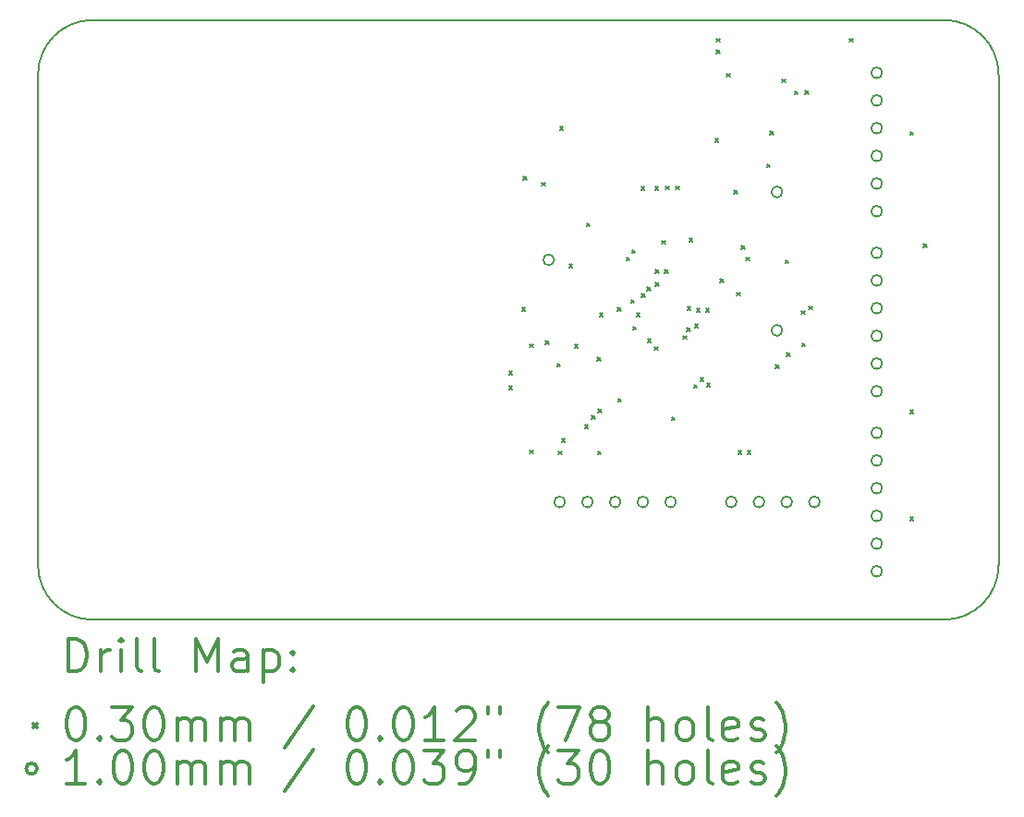
<source format=gbr>
%FSLAX45Y45*%
G04 Gerber Fmt 4.5, Leading zero omitted, Abs format (unit mm)*
G04 Created by KiCad (PCBNEW (5.0.2)-1) date 02/04/2019 10:37:55*
%MOMM*%
%LPD*%
G01*
G04 APERTURE LIST*
%ADD10C,0.200000*%
%ADD11C,0.300000*%
G04 APERTURE END LIST*
D10*
X8798000Y5001000D02*
X8798000Y501000D01*
X-2000Y501000D02*
G75*
G03X498000Y1000I500000J0D01*
G01*
X8798000Y501000D02*
G75*
G02X8298000Y1000I-500000J0D01*
G01*
X8798000Y5001000D02*
G75*
G03X8298000Y5501000I-500000J0D01*
G01*
X-2000Y5001000D02*
G75*
G02X498000Y5501000I500000J0D01*
G01*
X-2000Y501000D02*
X-2000Y5001000D01*
X8298000Y1000D02*
X498000Y1000D01*
X498000Y5501000D02*
X8298000Y5501000D01*
D10*
X4311000Y2145000D02*
X4341000Y2115000D01*
X4341000Y2145000D02*
X4311000Y2115000D01*
X4312000Y2280000D02*
X4342000Y2250000D01*
X4342000Y2280000D02*
X4312000Y2250000D01*
X4430000Y2864000D02*
X4460000Y2834000D01*
X4460000Y2864000D02*
X4430000Y2834000D01*
X4442000Y4067000D02*
X4472000Y4037000D01*
X4472000Y4067000D02*
X4442000Y4037000D01*
X4504000Y2527000D02*
X4534000Y2497000D01*
X4534000Y2527000D02*
X4504000Y2497000D01*
X4504000Y1556000D02*
X4534000Y1526000D01*
X4534000Y1556000D02*
X4504000Y1526000D01*
X4615000Y4011000D02*
X4645000Y3981000D01*
X4645000Y4011000D02*
X4615000Y3981000D01*
X4645000Y2556000D02*
X4675000Y2526000D01*
X4675000Y2556000D02*
X4645000Y2526000D01*
X4754000Y2350000D02*
X4784000Y2320000D01*
X4784000Y2350000D02*
X4754000Y2320000D01*
X4765000Y1548000D02*
X4795000Y1518000D01*
X4795000Y1548000D02*
X4765000Y1518000D01*
X4778000Y4521000D02*
X4808000Y4491000D01*
X4808000Y4521000D02*
X4778000Y4491000D01*
X4794999Y1659424D02*
X4824999Y1629424D01*
X4824999Y1659424D02*
X4794999Y1629424D01*
X4862000Y3260000D02*
X4892000Y3230000D01*
X4892000Y3260000D02*
X4862000Y3230000D01*
X4913000Y2526000D02*
X4943000Y2496000D01*
X4943000Y2526000D02*
X4913000Y2496000D01*
X5008000Y1789000D02*
X5038000Y1759000D01*
X5038000Y1789000D02*
X5008000Y1759000D01*
X5025000Y3637000D02*
X5055000Y3607000D01*
X5055000Y3637000D02*
X5025000Y3607000D01*
X5068000Y1872000D02*
X5098000Y1842000D01*
X5098000Y1872000D02*
X5068000Y1842000D01*
X5122000Y2405000D02*
X5152000Y2375000D01*
X5152000Y2405000D02*
X5122000Y2375000D01*
X5124000Y1548000D02*
X5154000Y1518000D01*
X5154000Y1548000D02*
X5124000Y1518000D01*
X5128221Y1930500D02*
X5158221Y1900500D01*
X5158221Y1930500D02*
X5128221Y1900500D01*
X5144000Y2812000D02*
X5174000Y2782000D01*
X5174000Y2812000D02*
X5144000Y2782000D01*
X5309000Y2865000D02*
X5339000Y2835000D01*
X5339000Y2865000D02*
X5309000Y2835000D01*
X5311000Y2030000D02*
X5341000Y2000000D01*
X5341000Y2030000D02*
X5311000Y2000000D01*
X5386000Y3326000D02*
X5416000Y3296000D01*
X5416000Y3326000D02*
X5386000Y3296000D01*
X5429806Y2936718D02*
X5459806Y2906718D01*
X5459806Y2936718D02*
X5429806Y2906718D01*
X5438474Y3393526D02*
X5468474Y3363526D01*
X5468474Y3393526D02*
X5438474Y3363526D01*
X5447896Y2691104D02*
X5477896Y2661104D01*
X5477896Y2691104D02*
X5447896Y2661104D01*
X5481000Y2811604D02*
X5511000Y2781604D01*
X5511000Y2811604D02*
X5481000Y2781604D01*
X5525000Y3971000D02*
X5555000Y3941000D01*
X5555000Y3971000D02*
X5525000Y3941000D01*
X5527000Y2990229D02*
X5557000Y2960229D01*
X5557000Y2990229D02*
X5527000Y2960229D01*
X5580000Y3050591D02*
X5610000Y3020591D01*
X5610000Y3050591D02*
X5580000Y3020591D01*
X5582000Y2577000D02*
X5612000Y2547000D01*
X5612000Y2577000D02*
X5582000Y2547000D01*
X5647000Y2503000D02*
X5677000Y2473000D01*
X5677000Y2503000D02*
X5647000Y2473000D01*
X5652000Y3972000D02*
X5682000Y3942000D01*
X5682000Y3972000D02*
X5652000Y3942000D01*
X5653000Y3090592D02*
X5683000Y3060592D01*
X5683000Y3090592D02*
X5653000Y3060592D01*
X5655000Y3210592D02*
X5685000Y3180592D01*
X5685000Y3210592D02*
X5655000Y3180592D01*
X5713000Y3475000D02*
X5743000Y3445000D01*
X5743000Y3475000D02*
X5713000Y3445000D01*
X5739000Y3212000D02*
X5769000Y3182000D01*
X5769000Y3212000D02*
X5739000Y3182000D01*
X5745800Y3977000D02*
X5775800Y3947000D01*
X5775800Y3977000D02*
X5745800Y3947000D01*
X5801000Y1860010D02*
X5831000Y1830010D01*
X5831000Y1860010D02*
X5801000Y1830010D01*
X5840000Y3975000D02*
X5870000Y3945000D01*
X5870000Y3975000D02*
X5840000Y3945000D01*
X5909000Y2606000D02*
X5939000Y2576000D01*
X5939000Y2606000D02*
X5909000Y2576000D01*
X5942596Y2678604D02*
X5972596Y2648604D01*
X5972596Y2678604D02*
X5942596Y2648604D01*
X5945849Y2872000D02*
X5975849Y2842000D01*
X5975849Y2872000D02*
X5945849Y2842000D01*
X5964000Y3497000D02*
X5994000Y3467000D01*
X5994000Y3497000D02*
X5964000Y3467000D01*
X6004000Y2156173D02*
X6034000Y2126173D01*
X6034000Y2156173D02*
X6004000Y2126173D01*
X6015743Y2711000D02*
X6045743Y2681000D01*
X6045743Y2711000D02*
X6015743Y2681000D01*
X6030883Y2854590D02*
X6060883Y2824590D01*
X6060883Y2854590D02*
X6030883Y2824590D01*
X6064000Y2220462D02*
X6094000Y2190462D01*
X6094000Y2220462D02*
X6064000Y2190462D01*
X6114073Y2852927D02*
X6144073Y2822927D01*
X6144073Y2852927D02*
X6114073Y2822927D01*
X6124000Y2167000D02*
X6154000Y2137000D01*
X6154000Y2167000D02*
X6124000Y2137000D01*
X6199000Y4411000D02*
X6229000Y4381000D01*
X6229000Y4411000D02*
X6199000Y4381000D01*
X6211000Y5331000D02*
X6241000Y5301000D01*
X6241000Y5331000D02*
X6211000Y5301000D01*
X6211000Y5227000D02*
X6241000Y5197000D01*
X6241000Y5227000D02*
X6211000Y5197000D01*
X6247746Y3125947D02*
X6277746Y3095947D01*
X6277746Y3125947D02*
X6247746Y3095947D01*
X6305000Y5010000D02*
X6335000Y4980000D01*
X6335000Y5010000D02*
X6305000Y4980000D01*
X6374500Y3939000D02*
X6404500Y3909000D01*
X6404500Y3939000D02*
X6374500Y3909000D01*
X6399000Y3001000D02*
X6429000Y2971000D01*
X6429000Y3001000D02*
X6399000Y2971000D01*
X6414000Y1550000D02*
X6444000Y1520000D01*
X6444000Y1550000D02*
X6414000Y1520000D01*
X6441000Y3430000D02*
X6471000Y3400000D01*
X6471000Y3430000D02*
X6441000Y3400000D01*
X6482000Y3323000D02*
X6512000Y3293000D01*
X6512000Y3323000D02*
X6482000Y3293000D01*
X6495000Y1552000D02*
X6525000Y1522000D01*
X6525000Y1552000D02*
X6495000Y1522000D01*
X6674000Y4181000D02*
X6704000Y4151000D01*
X6704000Y4181000D02*
X6674000Y4151000D01*
X6705000Y4480000D02*
X6735000Y4450000D01*
X6735000Y4480000D02*
X6705000Y4450000D01*
X6753000Y2340000D02*
X6783000Y2310000D01*
X6783000Y2340000D02*
X6753000Y2310000D01*
X6814000Y4960000D02*
X6844000Y4930000D01*
X6844000Y4960000D02*
X6814000Y4930000D01*
X6842000Y3301000D02*
X6872000Y3271000D01*
X6872000Y3301000D02*
X6842000Y3271000D01*
X6857000Y2448000D02*
X6887000Y2418000D01*
X6887000Y2448000D02*
X6857000Y2418000D01*
X6929900Y4850000D02*
X6959900Y4820000D01*
X6959900Y4850000D02*
X6929900Y4820000D01*
X6992000Y2834000D02*
X7022000Y2804000D01*
X7022000Y2834000D02*
X6992000Y2804000D01*
X6997000Y2539000D02*
X7027000Y2509000D01*
X7027000Y2539000D02*
X6997000Y2509000D01*
X7027000Y4853000D02*
X7057000Y4823000D01*
X7057000Y4853000D02*
X7027000Y4823000D01*
X7062000Y2877000D02*
X7092000Y2847000D01*
X7092000Y2877000D02*
X7062000Y2847000D01*
X7434000Y5331000D02*
X7464000Y5301000D01*
X7464000Y5331000D02*
X7434000Y5301000D01*
X7988000Y4476000D02*
X8018000Y4446000D01*
X8018000Y4476000D02*
X7988000Y4446000D01*
X7988000Y1921000D02*
X8018000Y1891000D01*
X8018000Y1921000D02*
X7988000Y1891000D01*
X7988000Y941000D02*
X8018000Y911000D01*
X8018000Y941000D02*
X7988000Y911000D01*
X8111000Y3445000D02*
X8141000Y3415000D01*
X8141000Y3445000D02*
X8111000Y3415000D01*
X4827000Y1081000D02*
G75*
G03X4827000Y1081000I-50000J0D01*
G01*
X5081000Y1081000D02*
G75*
G03X5081000Y1081000I-50000J0D01*
G01*
X5335000Y1081000D02*
G75*
G03X5335000Y1081000I-50000J0D01*
G01*
X5589000Y1081000D02*
G75*
G03X5589000Y1081000I-50000J0D01*
G01*
X5843000Y1081000D02*
G75*
G03X5843000Y1081000I-50000J0D01*
G01*
X7731500Y5017500D02*
G75*
G03X7731500Y5017500I-50000J0D01*
G01*
X7731500Y4763500D02*
G75*
G03X7731500Y4763500I-50000J0D01*
G01*
X7731500Y4509500D02*
G75*
G03X7731500Y4509500I-50000J0D01*
G01*
X7731500Y4255500D02*
G75*
G03X7731500Y4255500I-50000J0D01*
G01*
X7731500Y4001500D02*
G75*
G03X7731500Y4001500I-50000J0D01*
G01*
X7731500Y3747500D02*
G75*
G03X7731500Y3747500I-50000J0D01*
G01*
X7731500Y1715500D02*
G75*
G03X7731500Y1715500I-50000J0D01*
G01*
X7731500Y1461500D02*
G75*
G03X7731500Y1461500I-50000J0D01*
G01*
X7731500Y1207500D02*
G75*
G03X7731500Y1207500I-50000J0D01*
G01*
X7731500Y953500D02*
G75*
G03X7731500Y953500I-50000J0D01*
G01*
X7731500Y699500D02*
G75*
G03X7731500Y699500I-50000J0D01*
G01*
X7731500Y445500D02*
G75*
G03X7731500Y445500I-50000J0D01*
G01*
X4726000Y3302000D02*
G75*
G03X4726000Y3302000I-50000J0D01*
G01*
X6817000Y3924000D02*
G75*
G03X6817000Y3924000I-50000J0D01*
G01*
X6817000Y2654000D02*
G75*
G03X6817000Y2654000I-50000J0D01*
G01*
X7731500Y3366500D02*
G75*
G03X7731500Y3366500I-50000J0D01*
G01*
X7731500Y3112500D02*
G75*
G03X7731500Y3112500I-50000J0D01*
G01*
X7731500Y2858500D02*
G75*
G03X7731500Y2858500I-50000J0D01*
G01*
X7731500Y2604500D02*
G75*
G03X7731500Y2604500I-50000J0D01*
G01*
X7731500Y2350500D02*
G75*
G03X7731500Y2350500I-50000J0D01*
G01*
X7731500Y2096500D02*
G75*
G03X7731500Y2096500I-50000J0D01*
G01*
X6398000Y1080500D02*
G75*
G03X6398000Y1080500I-50000J0D01*
G01*
X6652000Y1080500D02*
G75*
G03X6652000Y1080500I-50000J0D01*
G01*
X6906000Y1080500D02*
G75*
G03X6906000Y1080500I-50000J0D01*
G01*
X7160000Y1080500D02*
G75*
G03X7160000Y1080500I-50000J0D01*
G01*
D11*
X274428Y-474714D02*
X274428Y-174714D01*
X345857Y-174714D01*
X388714Y-189000D01*
X417286Y-217571D01*
X431571Y-246143D01*
X445857Y-303286D01*
X445857Y-346143D01*
X431571Y-403286D01*
X417286Y-431857D01*
X388714Y-460429D01*
X345857Y-474714D01*
X274428Y-474714D01*
X574428Y-474714D02*
X574428Y-274714D01*
X574428Y-331857D02*
X588714Y-303286D01*
X603000Y-289000D01*
X631571Y-274714D01*
X660143Y-274714D01*
X760143Y-474714D02*
X760143Y-274714D01*
X760143Y-174714D02*
X745857Y-189000D01*
X760143Y-203286D01*
X774428Y-189000D01*
X760143Y-174714D01*
X760143Y-203286D01*
X945857Y-474714D02*
X917286Y-460429D01*
X903000Y-431857D01*
X903000Y-174714D01*
X1103000Y-474714D02*
X1074428Y-460429D01*
X1060143Y-431857D01*
X1060143Y-174714D01*
X1445857Y-474714D02*
X1445857Y-174714D01*
X1545857Y-389000D01*
X1645857Y-174714D01*
X1645857Y-474714D01*
X1917286Y-474714D02*
X1917286Y-317572D01*
X1903000Y-289000D01*
X1874428Y-274714D01*
X1817286Y-274714D01*
X1788714Y-289000D01*
X1917286Y-460429D02*
X1888714Y-474714D01*
X1817286Y-474714D01*
X1788714Y-460429D01*
X1774428Y-431857D01*
X1774428Y-403286D01*
X1788714Y-374714D01*
X1817286Y-360429D01*
X1888714Y-360429D01*
X1917286Y-346143D01*
X2060143Y-274714D02*
X2060143Y-574714D01*
X2060143Y-289000D02*
X2088714Y-274714D01*
X2145857Y-274714D01*
X2174428Y-289000D01*
X2188714Y-303286D01*
X2203000Y-331857D01*
X2203000Y-417571D01*
X2188714Y-446143D01*
X2174428Y-460429D01*
X2145857Y-474714D01*
X2088714Y-474714D01*
X2060143Y-460429D01*
X2331571Y-446143D02*
X2345857Y-460429D01*
X2331571Y-474714D01*
X2317286Y-460429D01*
X2331571Y-446143D01*
X2331571Y-474714D01*
X2331571Y-289000D02*
X2345857Y-303286D01*
X2331571Y-317572D01*
X2317286Y-303286D01*
X2331571Y-289000D01*
X2331571Y-317572D01*
X-42000Y-954000D02*
X-12000Y-984000D01*
X-12000Y-954000D02*
X-42000Y-984000D01*
X331571Y-804714D02*
X360143Y-804714D01*
X388714Y-819000D01*
X403000Y-833286D01*
X417286Y-861857D01*
X431571Y-919000D01*
X431571Y-990429D01*
X417286Y-1047571D01*
X403000Y-1076143D01*
X388714Y-1090429D01*
X360143Y-1104714D01*
X331571Y-1104714D01*
X303000Y-1090429D01*
X288714Y-1076143D01*
X274428Y-1047571D01*
X260143Y-990429D01*
X260143Y-919000D01*
X274428Y-861857D01*
X288714Y-833286D01*
X303000Y-819000D01*
X331571Y-804714D01*
X560143Y-1076143D02*
X574428Y-1090429D01*
X560143Y-1104714D01*
X545857Y-1090429D01*
X560143Y-1076143D01*
X560143Y-1104714D01*
X674428Y-804714D02*
X860143Y-804714D01*
X760143Y-919000D01*
X803000Y-919000D01*
X831571Y-933286D01*
X845857Y-947571D01*
X860143Y-976143D01*
X860143Y-1047571D01*
X845857Y-1076143D01*
X831571Y-1090429D01*
X803000Y-1104714D01*
X717286Y-1104714D01*
X688714Y-1090429D01*
X674428Y-1076143D01*
X1045857Y-804714D02*
X1074428Y-804714D01*
X1103000Y-819000D01*
X1117286Y-833286D01*
X1131571Y-861857D01*
X1145857Y-919000D01*
X1145857Y-990429D01*
X1131571Y-1047571D01*
X1117286Y-1076143D01*
X1103000Y-1090429D01*
X1074428Y-1104714D01*
X1045857Y-1104714D01*
X1017286Y-1090429D01*
X1003000Y-1076143D01*
X988714Y-1047571D01*
X974428Y-990429D01*
X974428Y-919000D01*
X988714Y-861857D01*
X1003000Y-833286D01*
X1017286Y-819000D01*
X1045857Y-804714D01*
X1274428Y-1104714D02*
X1274428Y-904714D01*
X1274428Y-933286D02*
X1288714Y-919000D01*
X1317286Y-904714D01*
X1360143Y-904714D01*
X1388714Y-919000D01*
X1403000Y-947571D01*
X1403000Y-1104714D01*
X1403000Y-947571D02*
X1417286Y-919000D01*
X1445857Y-904714D01*
X1488714Y-904714D01*
X1517286Y-919000D01*
X1531571Y-947571D01*
X1531571Y-1104714D01*
X1674428Y-1104714D02*
X1674428Y-904714D01*
X1674428Y-933286D02*
X1688714Y-919000D01*
X1717286Y-904714D01*
X1760143Y-904714D01*
X1788714Y-919000D01*
X1803000Y-947571D01*
X1803000Y-1104714D01*
X1803000Y-947571D02*
X1817286Y-919000D01*
X1845857Y-904714D01*
X1888714Y-904714D01*
X1917286Y-919000D01*
X1931571Y-947571D01*
X1931571Y-1104714D01*
X2517286Y-790429D02*
X2260143Y-1176143D01*
X2903000Y-804714D02*
X2931571Y-804714D01*
X2960143Y-819000D01*
X2974428Y-833286D01*
X2988714Y-861857D01*
X3003000Y-919000D01*
X3003000Y-990429D01*
X2988714Y-1047571D01*
X2974428Y-1076143D01*
X2960143Y-1090429D01*
X2931571Y-1104714D01*
X2903000Y-1104714D01*
X2874428Y-1090429D01*
X2860143Y-1076143D01*
X2845857Y-1047571D01*
X2831571Y-990429D01*
X2831571Y-919000D01*
X2845857Y-861857D01*
X2860143Y-833286D01*
X2874428Y-819000D01*
X2903000Y-804714D01*
X3131571Y-1076143D02*
X3145857Y-1090429D01*
X3131571Y-1104714D01*
X3117286Y-1090429D01*
X3131571Y-1076143D01*
X3131571Y-1104714D01*
X3331571Y-804714D02*
X3360143Y-804714D01*
X3388714Y-819000D01*
X3403000Y-833286D01*
X3417286Y-861857D01*
X3431571Y-919000D01*
X3431571Y-990429D01*
X3417286Y-1047571D01*
X3403000Y-1076143D01*
X3388714Y-1090429D01*
X3360143Y-1104714D01*
X3331571Y-1104714D01*
X3303000Y-1090429D01*
X3288714Y-1076143D01*
X3274428Y-1047571D01*
X3260143Y-990429D01*
X3260143Y-919000D01*
X3274428Y-861857D01*
X3288714Y-833286D01*
X3303000Y-819000D01*
X3331571Y-804714D01*
X3717286Y-1104714D02*
X3545857Y-1104714D01*
X3631571Y-1104714D02*
X3631571Y-804714D01*
X3603000Y-847571D01*
X3574428Y-876143D01*
X3545857Y-890429D01*
X3831571Y-833286D02*
X3845857Y-819000D01*
X3874428Y-804714D01*
X3945857Y-804714D01*
X3974428Y-819000D01*
X3988714Y-833286D01*
X4003000Y-861857D01*
X4003000Y-890429D01*
X3988714Y-933286D01*
X3817286Y-1104714D01*
X4003000Y-1104714D01*
X4117286Y-804714D02*
X4117286Y-861857D01*
X4231571Y-804714D02*
X4231571Y-861857D01*
X4674428Y-1219000D02*
X4660143Y-1204714D01*
X4631571Y-1161857D01*
X4617286Y-1133286D01*
X4603000Y-1090429D01*
X4588714Y-1019000D01*
X4588714Y-961857D01*
X4603000Y-890429D01*
X4617286Y-847571D01*
X4631571Y-819000D01*
X4660143Y-776143D01*
X4674428Y-761857D01*
X4760143Y-804714D02*
X4960143Y-804714D01*
X4831571Y-1104714D01*
X5117286Y-933286D02*
X5088714Y-919000D01*
X5074428Y-904714D01*
X5060143Y-876143D01*
X5060143Y-861857D01*
X5074428Y-833286D01*
X5088714Y-819000D01*
X5117286Y-804714D01*
X5174428Y-804714D01*
X5203000Y-819000D01*
X5217286Y-833286D01*
X5231571Y-861857D01*
X5231571Y-876143D01*
X5217286Y-904714D01*
X5203000Y-919000D01*
X5174428Y-933286D01*
X5117286Y-933286D01*
X5088714Y-947571D01*
X5074428Y-961857D01*
X5060143Y-990429D01*
X5060143Y-1047571D01*
X5074428Y-1076143D01*
X5088714Y-1090429D01*
X5117286Y-1104714D01*
X5174428Y-1104714D01*
X5203000Y-1090429D01*
X5217286Y-1076143D01*
X5231571Y-1047571D01*
X5231571Y-990429D01*
X5217286Y-961857D01*
X5203000Y-947571D01*
X5174428Y-933286D01*
X5588714Y-1104714D02*
X5588714Y-804714D01*
X5717286Y-1104714D02*
X5717286Y-947571D01*
X5703000Y-919000D01*
X5674428Y-904714D01*
X5631571Y-904714D01*
X5603000Y-919000D01*
X5588714Y-933286D01*
X5903000Y-1104714D02*
X5874428Y-1090429D01*
X5860143Y-1076143D01*
X5845857Y-1047571D01*
X5845857Y-961857D01*
X5860143Y-933286D01*
X5874428Y-919000D01*
X5903000Y-904714D01*
X5945857Y-904714D01*
X5974428Y-919000D01*
X5988714Y-933286D01*
X6003000Y-961857D01*
X6003000Y-1047571D01*
X5988714Y-1076143D01*
X5974428Y-1090429D01*
X5945857Y-1104714D01*
X5903000Y-1104714D01*
X6174428Y-1104714D02*
X6145857Y-1090429D01*
X6131571Y-1061857D01*
X6131571Y-804714D01*
X6403000Y-1090429D02*
X6374428Y-1104714D01*
X6317286Y-1104714D01*
X6288714Y-1090429D01*
X6274428Y-1061857D01*
X6274428Y-947571D01*
X6288714Y-919000D01*
X6317286Y-904714D01*
X6374428Y-904714D01*
X6403000Y-919000D01*
X6417286Y-947571D01*
X6417286Y-976143D01*
X6274428Y-1004714D01*
X6531571Y-1090429D02*
X6560143Y-1104714D01*
X6617286Y-1104714D01*
X6645857Y-1090429D01*
X6660143Y-1061857D01*
X6660143Y-1047571D01*
X6645857Y-1019000D01*
X6617286Y-1004714D01*
X6574428Y-1004714D01*
X6545857Y-990429D01*
X6531571Y-961857D01*
X6531571Y-947571D01*
X6545857Y-919000D01*
X6574428Y-904714D01*
X6617286Y-904714D01*
X6645857Y-919000D01*
X6760143Y-1219000D02*
X6774428Y-1204714D01*
X6803000Y-1161857D01*
X6817286Y-1133286D01*
X6831571Y-1090429D01*
X6845857Y-1019000D01*
X6845857Y-961857D01*
X6831571Y-890429D01*
X6817286Y-847571D01*
X6803000Y-819000D01*
X6774428Y-776143D01*
X6760143Y-761857D01*
X-12000Y-1365000D02*
G75*
G03X-12000Y-1365000I-50000J0D01*
G01*
X431571Y-1500714D02*
X260143Y-1500714D01*
X345857Y-1500714D02*
X345857Y-1200714D01*
X317286Y-1243572D01*
X288714Y-1272143D01*
X260143Y-1286429D01*
X560143Y-1472143D02*
X574428Y-1486429D01*
X560143Y-1500714D01*
X545857Y-1486429D01*
X560143Y-1472143D01*
X560143Y-1500714D01*
X760143Y-1200714D02*
X788714Y-1200714D01*
X817286Y-1215000D01*
X831571Y-1229286D01*
X845857Y-1257857D01*
X860143Y-1315000D01*
X860143Y-1386429D01*
X845857Y-1443571D01*
X831571Y-1472143D01*
X817286Y-1486429D01*
X788714Y-1500714D01*
X760143Y-1500714D01*
X731571Y-1486429D01*
X717286Y-1472143D01*
X703000Y-1443571D01*
X688714Y-1386429D01*
X688714Y-1315000D01*
X703000Y-1257857D01*
X717286Y-1229286D01*
X731571Y-1215000D01*
X760143Y-1200714D01*
X1045857Y-1200714D02*
X1074428Y-1200714D01*
X1103000Y-1215000D01*
X1117286Y-1229286D01*
X1131571Y-1257857D01*
X1145857Y-1315000D01*
X1145857Y-1386429D01*
X1131571Y-1443571D01*
X1117286Y-1472143D01*
X1103000Y-1486429D01*
X1074428Y-1500714D01*
X1045857Y-1500714D01*
X1017286Y-1486429D01*
X1003000Y-1472143D01*
X988714Y-1443571D01*
X974428Y-1386429D01*
X974428Y-1315000D01*
X988714Y-1257857D01*
X1003000Y-1229286D01*
X1017286Y-1215000D01*
X1045857Y-1200714D01*
X1274428Y-1500714D02*
X1274428Y-1300714D01*
X1274428Y-1329286D02*
X1288714Y-1315000D01*
X1317286Y-1300714D01*
X1360143Y-1300714D01*
X1388714Y-1315000D01*
X1403000Y-1343572D01*
X1403000Y-1500714D01*
X1403000Y-1343572D02*
X1417286Y-1315000D01*
X1445857Y-1300714D01*
X1488714Y-1300714D01*
X1517286Y-1315000D01*
X1531571Y-1343572D01*
X1531571Y-1500714D01*
X1674428Y-1500714D02*
X1674428Y-1300714D01*
X1674428Y-1329286D02*
X1688714Y-1315000D01*
X1717286Y-1300714D01*
X1760143Y-1300714D01*
X1788714Y-1315000D01*
X1803000Y-1343572D01*
X1803000Y-1500714D01*
X1803000Y-1343572D02*
X1817286Y-1315000D01*
X1845857Y-1300714D01*
X1888714Y-1300714D01*
X1917286Y-1315000D01*
X1931571Y-1343572D01*
X1931571Y-1500714D01*
X2517286Y-1186429D02*
X2260143Y-1572143D01*
X2903000Y-1200714D02*
X2931571Y-1200714D01*
X2960143Y-1215000D01*
X2974428Y-1229286D01*
X2988714Y-1257857D01*
X3003000Y-1315000D01*
X3003000Y-1386429D01*
X2988714Y-1443571D01*
X2974428Y-1472143D01*
X2960143Y-1486429D01*
X2931571Y-1500714D01*
X2903000Y-1500714D01*
X2874428Y-1486429D01*
X2860143Y-1472143D01*
X2845857Y-1443571D01*
X2831571Y-1386429D01*
X2831571Y-1315000D01*
X2845857Y-1257857D01*
X2860143Y-1229286D01*
X2874428Y-1215000D01*
X2903000Y-1200714D01*
X3131571Y-1472143D02*
X3145857Y-1486429D01*
X3131571Y-1500714D01*
X3117286Y-1486429D01*
X3131571Y-1472143D01*
X3131571Y-1500714D01*
X3331571Y-1200714D02*
X3360143Y-1200714D01*
X3388714Y-1215000D01*
X3403000Y-1229286D01*
X3417286Y-1257857D01*
X3431571Y-1315000D01*
X3431571Y-1386429D01*
X3417286Y-1443571D01*
X3403000Y-1472143D01*
X3388714Y-1486429D01*
X3360143Y-1500714D01*
X3331571Y-1500714D01*
X3303000Y-1486429D01*
X3288714Y-1472143D01*
X3274428Y-1443571D01*
X3260143Y-1386429D01*
X3260143Y-1315000D01*
X3274428Y-1257857D01*
X3288714Y-1229286D01*
X3303000Y-1215000D01*
X3331571Y-1200714D01*
X3531571Y-1200714D02*
X3717286Y-1200714D01*
X3617286Y-1315000D01*
X3660143Y-1315000D01*
X3688714Y-1329286D01*
X3703000Y-1343572D01*
X3717286Y-1372143D01*
X3717286Y-1443571D01*
X3703000Y-1472143D01*
X3688714Y-1486429D01*
X3660143Y-1500714D01*
X3574428Y-1500714D01*
X3545857Y-1486429D01*
X3531571Y-1472143D01*
X3860143Y-1500714D02*
X3917286Y-1500714D01*
X3945857Y-1486429D01*
X3960143Y-1472143D01*
X3988714Y-1429286D01*
X4003000Y-1372143D01*
X4003000Y-1257857D01*
X3988714Y-1229286D01*
X3974428Y-1215000D01*
X3945857Y-1200714D01*
X3888714Y-1200714D01*
X3860143Y-1215000D01*
X3845857Y-1229286D01*
X3831571Y-1257857D01*
X3831571Y-1329286D01*
X3845857Y-1357857D01*
X3860143Y-1372143D01*
X3888714Y-1386429D01*
X3945857Y-1386429D01*
X3974428Y-1372143D01*
X3988714Y-1357857D01*
X4003000Y-1329286D01*
X4117286Y-1200714D02*
X4117286Y-1257857D01*
X4231571Y-1200714D02*
X4231571Y-1257857D01*
X4674428Y-1615000D02*
X4660143Y-1600714D01*
X4631571Y-1557857D01*
X4617286Y-1529286D01*
X4603000Y-1486429D01*
X4588714Y-1415000D01*
X4588714Y-1357857D01*
X4603000Y-1286429D01*
X4617286Y-1243572D01*
X4631571Y-1215000D01*
X4660143Y-1172143D01*
X4674428Y-1157857D01*
X4760143Y-1200714D02*
X4945857Y-1200714D01*
X4845857Y-1315000D01*
X4888714Y-1315000D01*
X4917286Y-1329286D01*
X4931571Y-1343572D01*
X4945857Y-1372143D01*
X4945857Y-1443571D01*
X4931571Y-1472143D01*
X4917286Y-1486429D01*
X4888714Y-1500714D01*
X4803000Y-1500714D01*
X4774428Y-1486429D01*
X4760143Y-1472143D01*
X5131571Y-1200714D02*
X5160143Y-1200714D01*
X5188714Y-1215000D01*
X5203000Y-1229286D01*
X5217286Y-1257857D01*
X5231571Y-1315000D01*
X5231571Y-1386429D01*
X5217286Y-1443571D01*
X5203000Y-1472143D01*
X5188714Y-1486429D01*
X5160143Y-1500714D01*
X5131571Y-1500714D01*
X5103000Y-1486429D01*
X5088714Y-1472143D01*
X5074428Y-1443571D01*
X5060143Y-1386429D01*
X5060143Y-1315000D01*
X5074428Y-1257857D01*
X5088714Y-1229286D01*
X5103000Y-1215000D01*
X5131571Y-1200714D01*
X5588714Y-1500714D02*
X5588714Y-1200714D01*
X5717286Y-1500714D02*
X5717286Y-1343572D01*
X5703000Y-1315000D01*
X5674428Y-1300714D01*
X5631571Y-1300714D01*
X5603000Y-1315000D01*
X5588714Y-1329286D01*
X5903000Y-1500714D02*
X5874428Y-1486429D01*
X5860143Y-1472143D01*
X5845857Y-1443571D01*
X5845857Y-1357857D01*
X5860143Y-1329286D01*
X5874428Y-1315000D01*
X5903000Y-1300714D01*
X5945857Y-1300714D01*
X5974428Y-1315000D01*
X5988714Y-1329286D01*
X6003000Y-1357857D01*
X6003000Y-1443571D01*
X5988714Y-1472143D01*
X5974428Y-1486429D01*
X5945857Y-1500714D01*
X5903000Y-1500714D01*
X6174428Y-1500714D02*
X6145857Y-1486429D01*
X6131571Y-1457857D01*
X6131571Y-1200714D01*
X6403000Y-1486429D02*
X6374428Y-1500714D01*
X6317286Y-1500714D01*
X6288714Y-1486429D01*
X6274428Y-1457857D01*
X6274428Y-1343572D01*
X6288714Y-1315000D01*
X6317286Y-1300714D01*
X6374428Y-1300714D01*
X6403000Y-1315000D01*
X6417286Y-1343572D01*
X6417286Y-1372143D01*
X6274428Y-1400714D01*
X6531571Y-1486429D02*
X6560143Y-1500714D01*
X6617286Y-1500714D01*
X6645857Y-1486429D01*
X6660143Y-1457857D01*
X6660143Y-1443571D01*
X6645857Y-1415000D01*
X6617286Y-1400714D01*
X6574428Y-1400714D01*
X6545857Y-1386429D01*
X6531571Y-1357857D01*
X6531571Y-1343572D01*
X6545857Y-1315000D01*
X6574428Y-1300714D01*
X6617286Y-1300714D01*
X6645857Y-1315000D01*
X6760143Y-1615000D02*
X6774428Y-1600714D01*
X6803000Y-1557857D01*
X6817286Y-1529286D01*
X6831571Y-1486429D01*
X6845857Y-1415000D01*
X6845857Y-1357857D01*
X6831571Y-1286429D01*
X6817286Y-1243572D01*
X6803000Y-1215000D01*
X6774428Y-1172143D01*
X6760143Y-1157857D01*
M02*

</source>
